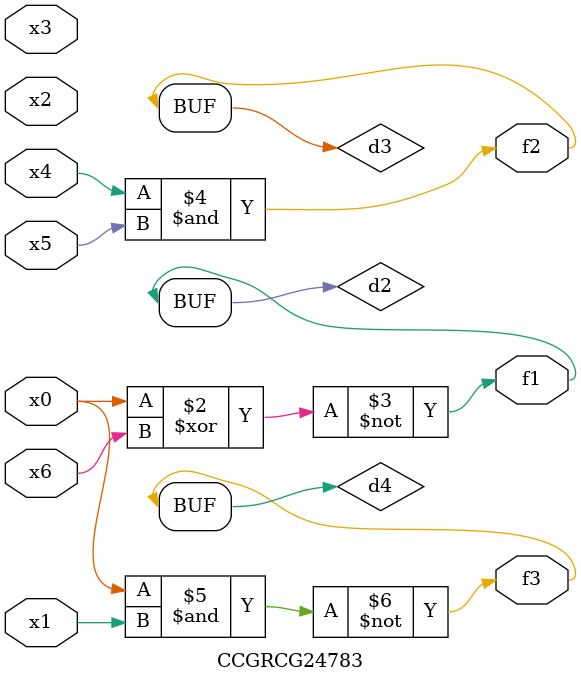
<source format=v>
module CCGRCG24783(
	input x0, x1, x2, x3, x4, x5, x6,
	output f1, f2, f3
);

	wire d1, d2, d3, d4;

	nor (d1, x0);
	xnor (d2, x0, x6);
	and (d3, x4, x5);
	nand (d4, x0, x1);
	assign f1 = d2;
	assign f2 = d3;
	assign f3 = d4;
endmodule

</source>
